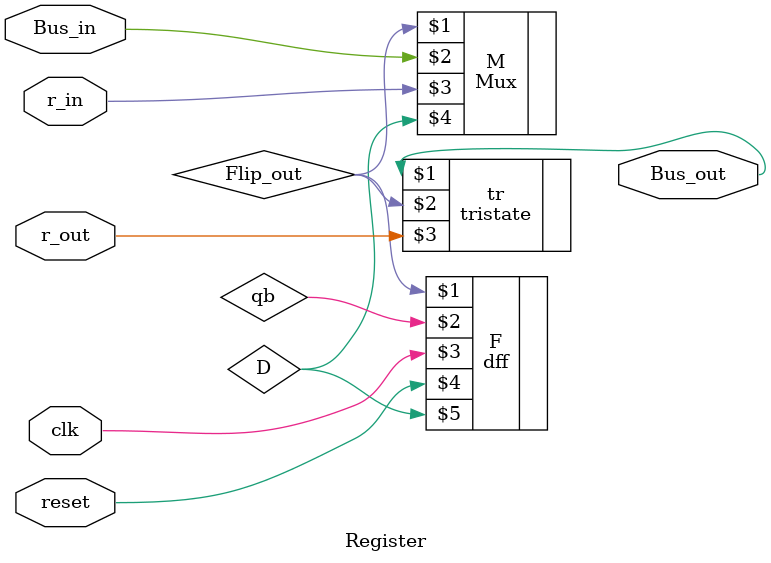
<source format=v>
`include "MU/tristate.v"
`include "MU/d-flipflop.v"
`include "MU/Mux.v"	//`
module Register(Bus_in,clk,reset,r_in,r_out,Bus_out);
input Bus_in,clk,reset,r_in,r_out;
output Bus_out;
wire Flip_out,D,qb;

	
	Mux M(Flip_out,Bus_in,r_in,D);
	//not dnot(Bus_out, D);
	dff F(Flip_out, qb, clk,reset, D);

	//not n1(Bus_out, ~Flip_out);
	tristate tr(Bus_out, Flip_out, r_out);

endmodule

/*
module RegisterTest;
	Register r1(Bus_in, clk, reset, r_in, r_out, Bus_out);
	reg Bus_in, clk, reset, r_in, r_out;
	output Bus_out;

	initial
		begin
		$display("\t\t      %5s | %5s | %5s |----| %5s | %5s |", "RESET", "RIN", "ROUT", "BUSIN", "BOUT");
		$monitor($time, ": %5b | %5b | %5b |----| %5b | %5b |", reset, r_in, r_out, Bus_in, Bus_out);
		
		reset = 1; clk = 1;
	
	#10	r_in = 0; r_out = 0; Bus_in = 0;	reset = 0;		//No Stroring and no retrieval
	#10	r_in = 0; r_out = 0; Bus_in = 1;					//No Stroring and no retrieval

	#10	r_in = 1; r_out = 0; Bus_in = 0;					//Storing But no Retreival
	#10	r_in = 0; r_out = 1; Bus_in = 0;					//No Storing But Retrieval
	#10	r_in = 0; r_out = 1; Bus_in = 1;					//No Storing But Retrieval

	#10	r_in = 1; r_out = 1; Bus_in = 1;					//Storing and Retreival
	#10	r_in = 1; r_out = 1; Bus_in = 0;					//Storing and Retreival

	#10	r_in = 1; r_out = 0; Bus_in = 1;					//Storing But no Retreival
	#10	r_in = 0; r_out = 1; Bus_in = 0;					//No Storing But Retrieval
	#10	r_in = 0; r_out = 1; Bus_in = 1;					//No Storing But Retrieval

	#10	r_in = 1; r_out = 1; Bus_in = 0;					//Storing and Retreival

	//#10	r_in = 1; r_out = 1; Bus_in = 1;		
	//#10	r_in = 0; r_out = 1; Bus_in = 0;		//No Storing but Retrieval
	
	//#10	r_in = 0; r_out = 1; Bus_in = 0;
		 $finish();
	end
	always	
		begin: CLOCKGEN
		#5 clk = ~clk;
	end
endmodule
*/	
</source>
